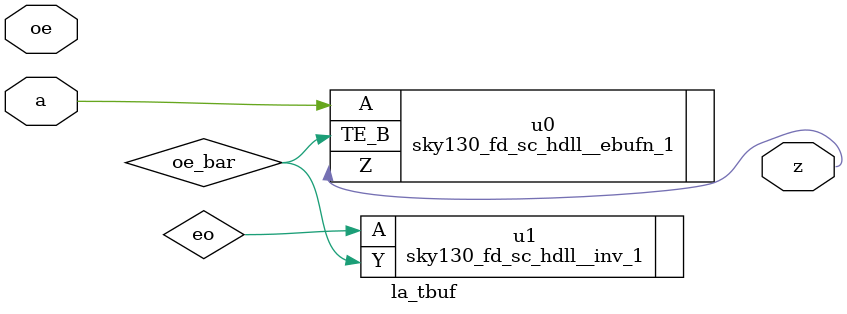
<source format=v>

(* keep_hierarchy *)
module la_tbuf #(
    parameter PROP = "DEFAULT"
) (
    input  a,
    input  oe,
    output z
);

  // assign z = oe ? a : 1'bz;

  wire oe_bar;
  sky130_fd_sc_hdll__inv_1 u1 (
      .A(eo),
      .Y(oe_bar)
  );
  sky130_fd_sc_hdll__ebufn_1 u0 (
      .A(a),
      .TE_B(oe_bar),
      .Z(z)
  );

endmodule

</source>
